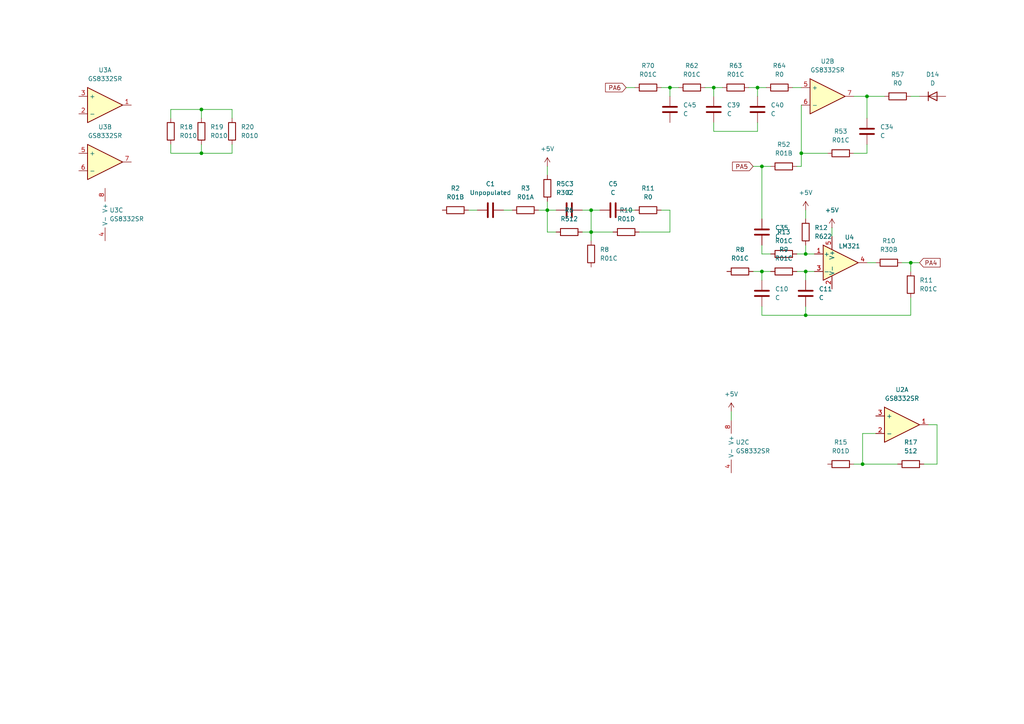
<source format=kicad_sch>
(kicad_sch (version 20231120) (generator "eeschema") (generator_version "8.0")
  (paper "A4")
  (lib_symbols
    (symbol "Amplifier_Operational:LM321" (pin_names (offset 0.127))
      (property "Reference" "U" (at 0 7.62 0))
      (property "Value" "LM321" (at 0 5.08 0))
      (symbol "LM321_0_1"
        (polyline (pts (xy -5.08 5.08) (xy 5.08 0) (xy -5.08 -5.08) (xy -5.08 5.08)) (stroke (width 0.254)) (fill (type background)))
      )
      (symbol "LM321_1_1"
        (pin input line (at -7.62 2.54 0) (length 2.54) (name "+") (number "1"))
        (pin power_in line (at -2.54 -7.62 90) (length 3.81) (name "V-") (number "2"))
        (pin input line (at -7.62 -2.54 0) (length 2.54) (name "-") (number "3"))
        (pin output line (at 7.62 0 180) (length 2.54) (name "~") (number "4"))
        (pin power_in line (at -2.54 7.62 270) (length 3.81) (name "V+") (number "5"))
      )
    )
    (symbol "Custom_Amplifier_Operational:GS8332SR"
      (property "Reference" "U" (at 0 0 0))
      (property "Value" "GS8332SR" (at -1.27 0 0))
      (symbol "GS8332SR_1_1"
        (polyline (pts (xy -5.08 5.08) (xy 5.08 0) (xy -5.08 -5.08) (xy -5.08 5.08)) (stroke (width 0.254)) (fill (type background)))
        (pin output line (at 7.62 0 180) (length 2.54) (name "~") (number "1"))
        (pin input line (at -7.62 -2.54 0) (length 2.54) (name "-") (number "2"))
        (pin input line (at -7.62 2.54 0) (length 2.54) (name "+") (number "3"))
      )
      (symbol "GS8332SR_2_1"
        (polyline (pts (xy -5.08 5.08) (xy 5.08 0) (xy -5.08 -5.08) (xy -5.08 5.08)) (stroke (width 0.254)) (fill (type background)))
        (pin input line (at -7.62 2.54 0) (length 2.54) (name "+") (number "5"))
        (pin input line (at -7.62 -2.54 0) (length 2.54) (name "-") (number "6"))
        (pin output line (at 7.62 0 180) (length 2.54) (name "~") (number "7"))
      )
      (symbol "GS8332SR_3_1"
        (pin power_in line (at -2.54 -7.62 90) (length 3.81) (name "V-") (number "4"))
        (pin power_in line (at -2.54 7.62 270) (length 3.81) (name "V+") (number "8"))
      )
    )
    (symbol "Device:C" (pin_numbers hide) (pin_names (offset 0.254))
      (property "Reference" "C" (at 0.635 2.54 0))
      (property "Value" "C" (at 0.635 -2.54 0))
      (symbol "C_0_1"
        (polyline (pts (xy -2.032 -0.762) (xy 2.032 -0.762)) (stroke (width 0.508)))
        (polyline (pts (xy -2.032 0.762) (xy 2.032 0.762)) (stroke (width 0.508)))
      )
      (symbol "C_1_1"
        (pin passive line (at 0 3.81 270) (length 2.794) (name "~") (number "1"))
        (pin passive line (at 0 -3.81 90) (length 2.794) (name "~") (number "2"))
      )
    )
    (symbol "Device:D" (pin_numbers hide) (pin_names (offset 1.016) hide)
      (property "Reference" "D" (at 0 2.54 0))
      (property "Value" "D" (at 0 -2.54 0))
      (symbol "D_0_1"
        (polyline (pts (xy -1.27 1.27) (xy -1.27 -1.27)) (stroke (width 0.254)))
        (polyline (pts (xy 1.27 0) (xy -1.27 0)))
        (polyline (pts (xy 1.27 1.27) (xy 1.27 -1.27) (xy -1.27 0) (xy 1.27 1.27)) (stroke (width 0.254)))
      )
      (symbol "D_1_1"
        (pin passive line (at -3.81 0 0) (length 2.54) (name "K") (number "1"))
        (pin passive line (at 3.81 0 180) (length 2.54) (name "A") (number "2"))
      )
    )
    (symbol "Device:R" (pin_numbers hide) (pin_names (offset 0))
      (property "Reference" "R" (at 2.032 0 90))
      (property "Value" "R" (at 0 0 90))
      (symbol "R_0_1"
        (rectangle (start -1.016 -2.54) (end 1.016 2.54) (stroke (width 0.254)))
      )
      (symbol "R_1_1"
        (pin passive line (at 0 3.81 270) (length 1.27) (name "~") (number "1"))
        (pin passive line (at 0 -3.81 90) (length 1.27) (name "~") (number "2"))
      )
    )
    (symbol "power:+5V" (power) (pin_numbers hide) (pin_names (offset 0) hide)
      (property "Value" "+5V" (at 0 3.556 0))
      (symbol "+5V_0_1"
        (polyline (pts (xy -0.762 1.27) (xy 0 2.54)))
        (polyline (pts (xy 0 0) (xy 0 2.54)))
        (polyline (pts (xy 0 2.54) (xy 0.762 1.27)))
      )
      (symbol "+5V_1_1"
        (pin power_in line (at 0 0 90) (length 0) (name "~") (number "1"))
      )
    )
  )
  (junction (at 207.01 25.4))
  (junction (at 220.98 48.26))
  (junction (at 233.68 78.74))
  (junction (at 58.42 31.75))
  (junction (at 58.42 44.45))
  (junction (at 220.98 78.74))
  (junction (at 194.31 25.4))
  (junction (at 232.41 44.45))
  (junction (at 219.71 25.4))
  (junction (at 233.68 73.66))
  (junction (at 251.46 27.94))
  (junction (at 250.19 134.62))
  (junction (at 264.16 76.2))
  (junction (at 233.68 91.44))
  (junction (at 171.45 60.96))
  (junction (at 158.75 60.96))
  (junction (at 171.45 67.31))
  (wire (pts (xy 158.75 48.26) (xy 158.75 50.8)))
  (wire (pts (xy 247.65 134.62) (xy 250.19 134.62)))
  (wire (pts (xy 220.98 71.12) (xy 220.98 73.66)))
  (wire (pts (xy 158.75 60.96) (xy 161.29 60.96)))
  (wire (pts (xy 49.53 44.45) (xy 58.42 44.45)))
  (wire (pts (xy 49.53 41.91) (xy 49.53 44.45)))
  (wire (pts (xy 229.87 25.4) (xy 232.41 25.4)))
  (wire (pts (xy 194.31 25.4) (xy 194.31 27.94)))
  (wire (pts (xy 232.41 44.45) (xy 232.41 30.48)))
  (wire (pts (xy 260.35 134.62) (xy 250.19 134.62)))
  (wire (pts (xy 251.46 34.29) (xy 251.46 27.94)))
  (wire (pts (xy 67.31 44.45) (xy 67.31 41.91)))
  (wire (pts (xy 233.68 91.44) (xy 220.98 91.44)))
  (wire (pts (xy 233.68 78.74) (xy 236.22 78.74)))
  (wire (pts (xy 264.16 27.94) (xy 266.7 27.94)))
  (wire (pts (xy 231.14 73.66) (xy 233.68 73.66)))
  (wire (pts (xy 233.68 60.96) (xy 233.68 63.5)))
  (wire (pts (xy 220.98 48.26) (xy 223.52 48.26)))
  (wire (pts (xy 49.53 31.75) (xy 49.53 34.29)))
  (wire (pts (xy 207.01 38.1) (xy 219.71 38.1)))
  (wire (pts (xy 158.75 60.96) (xy 158.75 58.42)))
  (wire (pts (xy 251.46 44.45) (xy 251.46 41.91)))
  (wire (pts (xy 261.62 76.2) (xy 264.16 76.2)))
  (wire (pts (xy 251.46 27.94) (xy 256.54 27.94)))
  (wire (pts (xy 231.14 48.26) (xy 232.41 48.26)))
  (wire (pts (xy 194.31 60.96) (xy 194.31 67.31)))
  (wire (pts (xy 219.71 25.4) (xy 222.25 25.4)))
  (wire (pts (xy 158.75 67.31) (xy 158.75 60.96)))
  (wire (pts (xy 271.78 123.19) (xy 269.24 123.19)))
  (wire (pts (xy 67.31 31.75) (xy 67.31 34.29)))
  (wire (pts (xy 264.16 91.44) (xy 233.68 91.44)))
  (wire (pts (xy 135.89 60.96) (xy 138.43 60.96)))
  (wire (pts (xy 148.59 60.96) (xy 146.05 60.96)))
  (wire (pts (xy 264.16 86.36) (xy 264.16 91.44)))
  (wire (pts (xy 218.44 48.26) (xy 220.98 48.26)))
  (wire (pts (xy 156.21 60.96) (xy 158.75 60.96)))
  (wire (pts (xy 168.91 67.31) (xy 171.45 67.31)))
  (wire (pts (xy 207.01 25.4) (xy 209.55 25.4)))
  (wire (pts (xy 207.01 35.56) (xy 207.01 38.1)))
  (wire (pts (xy 171.45 60.96) (xy 168.91 60.96)))
  (wire (pts (xy 233.68 88.9) (xy 233.68 91.44)))
  (wire (pts (xy 191.77 60.96) (xy 194.31 60.96)))
  (wire (pts (xy 264.16 78.74) (xy 264.16 76.2)))
  (wire (pts (xy 271.78 134.62) (xy 271.78 123.19)))
  (wire (pts (xy 233.68 73.66) (xy 236.22 73.66)))
  (wire (pts (xy 240.03 44.45) (xy 232.41 44.45)))
  (wire (pts (xy 204.47 25.4) (xy 207.01 25.4)))
  (wire (pts (xy 181.61 25.4) (xy 184.15 25.4)))
  (wire (pts (xy 247.65 27.94) (xy 251.46 27.94)))
  (wire (pts (xy 220.98 48.26) (xy 220.98 63.5)))
  (wire (pts (xy 58.42 44.45) (xy 67.31 44.45)))
  (wire (pts (xy 217.17 25.4) (xy 219.71 25.4)))
  (wire (pts (xy 218.44 78.74) (xy 220.98 78.74)))
  (wire (pts (xy 264.16 76.2) (xy 266.7 76.2)))
  (wire (pts (xy 58.42 41.91) (xy 58.42 44.45)))
  (wire (pts (xy 185.42 67.31) (xy 194.31 67.31)))
  (wire (pts (xy 254 76.2) (xy 251.46 76.2)))
  (wire (pts (xy 220.98 88.9) (xy 220.98 91.44)))
  (wire (pts (xy 220.98 73.66) (xy 223.52 73.66)))
  (wire (pts (xy 267.97 134.62) (xy 271.78 134.62)))
  (wire (pts (xy 247.65 44.45) (xy 251.46 44.45)))
  (wire (pts (xy 250.19 134.62) (xy 250.19 125.73)))
  (wire (pts (xy 233.68 78.74) (xy 231.14 78.74)))
  (wire (pts (xy 212.09 119.38) (xy 212.09 121.92)))
  (wire (pts (xy 233.68 71.12) (xy 233.68 73.66)))
  (wire (pts (xy 181.61 60.96) (xy 184.15 60.96)))
  (wire (pts (xy 232.41 48.26) (xy 232.41 44.45)))
  (wire (pts (xy 171.45 67.31) (xy 171.45 69.85)))
  (wire (pts (xy 171.45 67.31) (xy 177.8 67.31)))
  (wire (pts (xy 171.45 60.96) (xy 173.99 60.96)))
  (wire (pts (xy 220.98 78.74) (xy 220.98 81.28)))
  (wire (pts (xy 219.71 25.4) (xy 219.71 27.94)))
  (wire (pts (xy 58.42 31.75) (xy 67.31 31.75)))
  (wire (pts (xy 219.71 38.1) (xy 219.71 35.56)))
  (wire (pts (xy 233.68 81.28) (xy 233.68 78.74)))
  (wire (pts (xy 194.31 25.4) (xy 196.85 25.4)))
  (wire (pts (xy 191.77 25.4) (xy 194.31 25.4)))
  (wire (pts (xy 250.19 125.73) (xy 254 125.73)))
  (wire (pts (xy 220.98 78.74) (xy 223.52 78.74)))
  (wire (pts (xy 58.42 31.75) (xy 58.42 34.29)))
  (wire (pts (xy 241.3 66.04) (xy 241.3 68.58)))
  (wire (pts (xy 171.45 67.31) (xy 171.45 60.96)))
  (wire (pts (xy 49.53 31.75) (xy 58.42 31.75)))
  (wire (pts (xy 207.01 25.4) (xy 207.01 27.94)))
  (wire (pts (xy 161.29 67.31) (xy 158.75 67.31)))
  (global_label "PA4" (shape input) (at 266.7 76.2 0) (property "Intersheetrefs" "${INTERSHEET_REFS}" (effects (hide yes))))
  (global_label "PA6" (shape input) (at 181.61 25.4 180) (property "Intersheetrefs" "${INTERSHEET_REFS}" (effects (hide yes))))
  (global_label "PA5" (shape input) (at 218.44 48.26 180) (property "Intersheetrefs" "${INTERSHEET_REFS}" (effects (hide yes))))
  (symbol (lib_id "Device:R") (at 214.63 78.74 90) (unit 1)
    (property "Reference" "R8" (at 214.63 72.39 90))
    (property "Value" "R01C" (at 214.63 74.93 90))
    (property "Description" "Resistor" (effects (hide yes)))
  )
  (symbol (lib_id "Device:D") (at 270.51 27.94 0) (unit 1)
    (property "Reference" "D14" (at 270.51 21.59 0))
    (property "Value" "D" (at 270.51 24.13 0))
    (property "Description" "Diode" (effects (hide yes)))
    (property "Sim.Device" "D" (effects (hide yes)))
    (property "Sim.Pins" "1=K 2=A" (effects (hide yes)))
  )
  (symbol (lib_id "Device:C") (at 177.8 60.96 90) (unit 1)
    (property "Reference" "C5" (at 177.8 53.34 90))
    (property "Value" "C" (at 177.8 55.88 90))
    (property "Description" "Unpolarized capacitor" (effects (hide yes)))
  )
  (symbol (lib_id "Device:R") (at 257.81 76.2 90) (unit 1)
    (property "Reference" "R10" (at 257.81 69.85 90))
    (property "Value" "R30B" (at 257.81 72.39 90))
    (property "Description" "Resistor" (effects (hide yes)))
  )
  (symbol (lib_id "Device:C") (at 165.1 60.96 90) (unit 1)
    (property "Reference" "C3" (at 165.1 53.34 90))
    (property "Value" "C" (at 165.1 55.88 90))
    (property "Description" "Unpolarized capacitor" (effects (hide yes)))
  )
  (symbol (lib_id "Device:R") (at 260.35 27.94 90) (unit 1)
    (property "Reference" "R57" (at 260.35 21.59 90))
    (property "Value" "R0" (at 260.35 24.13 90))
    (property "Description" "Resistor" (effects (hide yes)))
  )
  (symbol (lib_id "Device:R") (at 132.08 60.96 90) (unit 1)
    (property "Reference" "R2" (at 132.08 54.61 90))
    (property "Value" "R01B" (at 132.08 57.15 90))
    (property "Description" "Resistor" (effects (hide yes)))
  )
  (symbol (lib_id "Device:R") (at 227.33 48.26 90) (unit 1)
    (property "Reference" "R52" (at 227.33 41.91 90))
    (property "Value" "R01B" (at 227.33 44.45 90))
    (property "Description" "Resistor" (effects (hide yes)))
  )
  (symbol (lib_id "Device:C") (at 220.98 67.31 0) (unit 1)
    (property "Reference" "C35" (at 224.79 66.0399 0) (effects (justify left)))
    (property "Value" "C" (at 224.79 68.5799 0) (effects (justify left)))
    (property "Description" "Unpolarized capacitor" (effects (hide yes)))
  )
  (symbol (lib_id "power:+5V") (at 212.09 119.38 0) (unit 1)
    (property "Reference" "#PWR03" (effects (hide yes)))
    (property "Value" "+5V" (at 212.09 114.3 0))
    (property "Description" "Power symbol creates a global label with name \"+5V\"" (effects (hide yes)))
  )
  (symbol (lib_id "power:+5V") (at 233.68 60.96 0) (unit 1)
    (property "Reference" "#PWR04" (effects (hide yes)))
    (property "Value" "+5V" (at 233.68 55.88 0))
    (property "Description" "Power symbol creates a global label with name \"+5V\"" (effects (hide yes)))
  )
  (symbol (lib_id "Device:C") (at 142.24 60.96 90) (unit 1)
    (property "Reference" "C1" (at 142.24 53.34 90))
    (property "Value" "Unpopulated" (at 142.24 55.88 90))
    (property "Description" "Unpolarized capacitor" (effects (hide yes)))
  )
  (symbol (lib_id "Custom_Amplifier_Operational:GS8332SR") (at 33.02 62.23 0) (unit 3)
    (property "Reference" "U3" (at 31.75 60.9599 0) (effects (justify left)))
    (property "Value" "GS8332SR" (at 31.75 63.4999 0) (effects (justify left)))
    (property "Footprint" "Package_SO:SOP-8_3.9x4.9mm_P1.27mm" (effects (hide yes)))
    (property "Datasheet" "http://www.gainchip.com/images/product/40_2.pdf" (effects (hide yes)))
    (property "Description" "Dual Operational Amplifiers, SOP-8" (effects (hide yes)))
  )
  (symbol (lib_id "Device:C") (at 219.71 31.75 0) (unit 1)
    (property "Reference" "C40" (at 223.52 30.4799 0) (effects (justify left)))
    (property "Value" "C" (at 223.52 33.0199 0) (effects (justify left)))
    (property "Description" "Unpolarized capacitor" (effects (hide yes)))
  )
  (symbol (lib_id "power:+5V") (at 241.3 66.04 0) (unit 1)
    (property "Reference" "#PWR05" (effects (hide yes)))
    (property "Value" "+5V" (at 241.3 60.96 0))
    (property "Description" "Power symbol creates a global label with name \"+5V\"" (effects (hide yes)))
  )
  (symbol (lib_id "Device:R") (at 227.33 78.74 90) (unit 1)
    (property "Reference" "R9" (at 227.33 72.39 90))
    (property "Value" "R01C" (at 227.33 74.93 90))
    (property "Description" "Resistor" (effects (hide yes)))
  )
  (symbol (lib_id "Device:C") (at 207.01 31.75 0) (unit 1)
    (property "Reference" "C39" (at 210.82 30.4799 0) (effects (justify left)))
    (property "Value" "C" (at 210.82 33.0199 0) (effects (justify left)))
    (property "Description" "Unpolarized capacitor" (effects (hide yes)))
  )
  (symbol (lib_id "Device:R") (at 67.31 38.1 0) (unit 1)
    (property "Reference" "R20" (at 69.85 36.8299 0) (effects (justify left)))
    (property "Value" "R010" (at 69.85 39.3699 0) (effects (justify left)))
    (property "Description" "Resistor" (effects (hide yes)))
  )
  (symbol (lib_id "Device:C") (at 194.31 31.75 0) (unit 1)
    (property "Reference" "C45" (at 198.12 30.4799 0) (effects (justify left)))
    (property "Value" "C" (at 198.12 33.0199 0) (effects (justify left)))
    (property "Description" "Unpolarized capacitor" (effects (hide yes)))
  )
  (symbol (lib_id "Device:C") (at 251.46 38.1 0) (unit 1)
    (property "Reference" "C34" (at 255.27 36.8299 0) (effects (justify left)))
    (property "Value" "C" (at 255.27 39.3699 0) (effects (justify left)))
    (property "Description" "Unpolarized capacitor" (effects (hide yes)))
  )
  (symbol (lib_id "Device:R") (at 49.53 38.1 0) (unit 1)
    (property "Reference" "R18" (at 52.07 36.8299 0) (effects (justify left)))
    (property "Value" "R010" (at 52.07 39.3699 0) (effects (justify left)))
    (property "Description" "Resistor" (effects (hide yes)))
  )
  (symbol (lib_id "Device:R") (at 165.1 67.31 90) (unit 1)
    (property "Reference" "R6" (at 165.1 60.96 90))
    (property "Value" "R512" (at 165.1 63.5 90))
    (property "Description" "Resistor" (effects (hide yes)))
  )
  (symbol (lib_id "Device:R") (at 171.45 73.66 180) (unit 1)
    (property "Reference" "R8" (at 173.99 72.3899 0) (effects (justify right)))
    (property "Value" "R01C" (at 173.99 74.9299 0) (effects (justify right)))
    (property "Description" "Resistor" (effects (hide yes)))
  )
  (symbol (lib_id "Device:R") (at 233.68 67.31 180) (unit 1)
    (property "Reference" "R12" (at 236.22 66.0399 0) (effects (justify right)))
    (property "Value" "R622" (at 236.22 68.5799 0) (effects (justify right)))
    (property "Description" "Resistor" (effects (hide yes)))
  )
  (symbol (lib_id "Custom_Amplifier_Operational:GS8332SR") (at 261.62 123.19 0) (unit 1)
    (property "Reference" "U2" (at 261.62 113.03 0))
    (property "Value" "GS8332SR" (at 261.62 115.57 0))
    (property "Footprint" "Package_SO:SOP-8_3.9x4.9mm_P1.27mm" (effects (hide yes)))
    (property "Datasheet" "http://www.gainchip.com/images/product/40_2.pdf" (effects (hide yes)))
    (property "Description" "Dual Operational Amplifiers, SOP-8" (effects (hide yes)))
  )
  (symbol (lib_id "Device:R") (at 58.42 38.1 0) (unit 1)
    (property "Reference" "R19" (at 60.96 36.8299 0) (effects (justify left)))
    (property "Value" "R010" (at 60.96 39.3699 0) (effects (justify left)))
    (property "Description" "Resistor" (effects (hide yes)))
  )
  (symbol (lib_id "Device:R") (at 152.4 60.96 90) (unit 1)
    (property "Reference" "R3" (at 152.4 54.61 90))
    (property "Value" "R01A" (at 152.4 57.15 90))
    (property "Description" "Resistor" (effects (hide yes)))
  )
  (symbol (lib_id "Device:R") (at 243.84 44.45 90) (unit 1)
    (property "Reference" "R53" (at 243.84 38.1 90))
    (property "Value" "R01C" (at 243.84 40.64 90))
    (property "Description" "Resistor" (effects (hide yes)))
  )
  (symbol (lib_id "Device:R") (at 264.16 134.62 90) (unit 1)
    (property "Reference" "R17" (at 264.16 128.27 90))
    (property "Value" "512" (at 264.16 130.81 90))
    (property "Description" "Resistor" (effects (hide yes)))
  )
  (symbol (lib_id "Device:R") (at 243.84 134.62 90) (unit 1)
    (property "Reference" "R15" (at 243.84 128.27 90))
    (property "Value" "R01D" (at 243.84 130.81 90))
    (property "Description" "Resistor" (effects (hide yes)))
  )
  (symbol (lib_id "Amplifier_Operational:LM321") (at 243.84 76.2 0) (unit 1)
    (property "Reference" "U4" (at 246.38 68.834 0))
    (property "Value" "LM321" (at 246.38 71.374 0))
    (property "Footprint" "Package_TO_SOT_SMD:SOT-23-5" (effects (hide yes)))
    (property "Datasheet" "http://www.ti.com/lit/ds/symlink/lm321.pdf" (effects (hide yes)))
    (property "Description" "Low Power Single Operational Amplifier, SOT-23-5" (effects (hide yes)))
  )
  (symbol (lib_id "Custom_Amplifier_Operational:GS8332SR") (at 30.48 46.99 0) (unit 2)
    (property "Reference" "U3" (at 30.48 36.83 0))
    (property "Value" "GS8332SR" (at 30.48 39.37 0))
    (property "Footprint" "Package_SO:SOP-8_3.9x4.9mm_P1.27mm" (effects (hide yes)))
    (property "Datasheet" "http://www.gainchip.com/images/product/40_2.pdf" (effects (hide yes)))
    (property "Description" "Dual Operational Amplifiers, SOP-8" (effects (hide yes)))
  )
  (symbol (lib_id "Device:R") (at 187.96 25.4 90) (unit 1)
    (property "Reference" "R70" (at 187.96 19.05 90))
    (property "Value" "R01C" (at 187.96 21.59 90))
    (property "Description" "Resistor" (effects (hide yes)))
  )
  (symbol (lib_id "Device:R") (at 227.33 73.66 90) (unit 1)
    (property "Reference" "R13" (at 227.33 67.31 90))
    (property "Value" "R01C" (at 227.33 69.85 90))
    (property "Description" "Resistor" (effects (hide yes)))
  )
  (symbol (lib_id "Device:R") (at 200.66 25.4 90) (unit 1)
    (property "Reference" "R62" (at 200.66 19.05 90))
    (property "Value" "R01C" (at 200.66 21.59 90))
    (property "Description" "Resistor" (effects (hide yes)))
  )
  (symbol (lib_id "Device:C") (at 233.68 85.09 180) (unit 1)
    (property "Reference" "C11" (at 237.49 83.8199 0) (effects (justify right)))
    (property "Value" "C" (at 237.49 86.3599 0) (effects (justify right)))
    (property "Description" "Unpolarized capacitor" (effects (hide yes)))
  )
  (symbol (lib_id "Device:C") (at 220.98 85.09 180) (unit 1)
    (property "Reference" "C10" (at 224.79 83.8199 0) (effects (justify right)))
    (property "Value" "C" (at 224.79 86.3599 0) (effects (justify right)))
    (property "Description" "Unpolarized capacitor" (effects (hide yes)))
  )
  (symbol (lib_id "Device:R") (at 264.16 82.55 180) (unit 1)
    (property "Reference" "R11" (at 266.7 81.2799 0) (effects (justify right)))
    (property "Value" "R01C" (at 266.7 83.8199 0) (effects (justify right)))
    (property "Description" "Resistor" (effects (hide yes)))
  )
  (symbol (lib_id "power:+5V") (at 158.75 48.26 0) (unit 1)
    (property "Reference" "#PWR02" (effects (hide yes)))
    (property "Value" "+5V" (at 158.75 43.18 0))
    (property "Description" "Power symbol creates a global label with name \"+5V\"" (effects (hide yes)))
  )
  (symbol (lib_id "Device:R") (at 181.61 67.31 270) (unit 1)
    (property "Reference" "R10" (at 181.61 60.96 90))
    (property "Value" "R01D" (at 181.61 63.5 90))
    (property "Description" "Resistor" (effects (hide yes)))
  )
  (symbol (lib_id "Device:R") (at 187.96 60.96 270) (unit 1)
    (property "Reference" "R11" (at 187.96 54.61 90))
    (property "Value" "R0" (at 187.96 57.15 90))
    (property "Description" "Resistor" (effects (hide yes)))
  )
  (symbol (lib_id "Custom_Amplifier_Operational:GS8332SR") (at 240.03 27.94 0) (unit 2)
    (property "Reference" "U2" (at 240.03 17.78 0))
    (property "Value" "GS8332SR" (at 240.03 20.32 0))
    (property "Footprint" "Package_SO:SOP-8_3.9x4.9mm_P1.27mm" (effects (hide yes)))
    (property "Datasheet" "http://www.gainchip.com/images/product/40_2.pdf" (effects (hide yes)))
    (property "Description" "Dual Operational Amplifiers, SOP-8" (effects (hide yes)))
  )
  (symbol (lib_id "Custom_Amplifier_Operational:GS8332SR") (at 214.63 129.54 0) (unit 3)
    (property "Reference" "U2" (at 213.36 128.2699 0) (effects (justify left)))
    (property "Value" "GS8332SR" (at 213.36 130.8099 0) (effects (justify left)))
    (property "Footprint" "Package_SO:SOP-8_3.9x4.9mm_P1.27mm" (effects (hide yes)))
    (property "Datasheet" "http://www.gainchip.com/images/product/40_2.pdf" (effects (hide yes)))
    (property "Description" "Dual Operational Amplifiers, SOP-8" (effects (hide yes)))
  )
  (symbol (lib_id "Device:R") (at 158.75 54.61 0) (unit 1)
    (property "Reference" "R5" (at 161.29 53.3399 0) (effects (justify left)))
    (property "Value" "R302" (at 161.29 55.8799 0) (effects (justify left)))
    (property "Description" "Resistor" (effects (hide yes)))
  )
  (symbol (lib_id "Device:R") (at 213.36 25.4 90) (unit 1)
    (property "Reference" "R63" (at 213.36 19.05 90))
    (property "Value" "R01C" (at 213.36 21.59 90))
    (property "Description" "Resistor" (effects (hide yes)))
  )
  (symbol (lib_id "Device:R") (at 226.06 25.4 90) (unit 1)
    (property "Reference" "R64" (at 226.06 19.05 90))
    (property "Value" "R0" (at 226.06 21.59 90))
    (property "Description" "Resistor" (effects (hide yes)))
  )
  (symbol (lib_id "Custom_Amplifier_Operational:GS8332SR") (at 30.48 30.48 0) (unit 1)
    (property "Reference" "U3" (at 30.48 20.32 0))
    (property "Value" "GS8332SR" (at 30.48 22.86 0))
    (property "Footprint" "Package_SO:SOP-8_3.9x4.9mm_P1.27mm" (effects (hide yes)))
    (property "Datasheet" "http://www.gainchip.com/images/product/40_2.pdf" (effects (hide yes)))
    (property "Description" "Dual Operational Amplifiers, SOP-8" (effects (hide yes)))
  )
)
</source>
